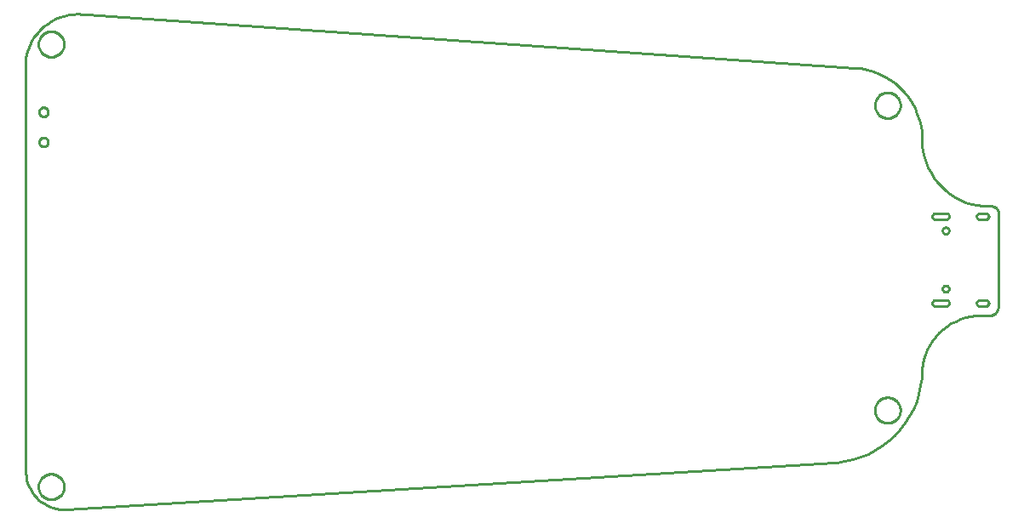
<source format=gbr>
G04 EAGLE Gerber RS-274X export*
G75*
%MOMM*%
%FSLAX34Y34*%
%LPD*%
%IN*%
%IPPOS*%
%AMOC8*
5,1,8,0,0,1.08239X$1,22.5*%
G01*
%ADD10C,0.254000*%


D10*
X38100Y-22337D02*
X38171Y-24660D01*
X38518Y-27978D01*
X39154Y-31254D01*
X40073Y-34461D01*
X41267Y-37576D01*
X42729Y-40576D01*
X44446Y-43436D01*
X46407Y-46136D01*
X48595Y-48655D01*
X50994Y-50973D01*
X53586Y-53074D01*
X56352Y-54940D01*
X59270Y-56559D01*
X62317Y-57917D01*
X65471Y-59004D01*
X68709Y-59812D01*
X72004Y-60335D01*
X75332Y-60569D01*
X78668Y-60512D01*
X842522Y-14032D01*
X844786Y-13862D01*
X852826Y-12803D01*
X860743Y-11048D01*
X868477Y-8610D01*
X875969Y-5506D01*
X883162Y-1762D01*
X890002Y2595D01*
X896435Y7532D01*
X902414Y13011D01*
X907893Y18989D01*
X912829Y25423D01*
X917186Y32262D01*
X920931Y39455D01*
X924034Y46947D01*
X926473Y54681D01*
X928228Y62598D01*
X929286Y70638D01*
X929640Y78740D01*
X930305Y83812D01*
X931410Y88807D01*
X932945Y93687D01*
X934901Y98414D01*
X937260Y102953D01*
X940007Y107269D01*
X943119Y111330D01*
X946573Y115103D01*
X950343Y118561D01*
X954400Y121678D01*
X958713Y124429D01*
X963249Y126793D01*
X967975Y128753D01*
X972853Y130294D01*
X977847Y131404D01*
X982918Y132075D01*
X988029Y132300D01*
X993140Y132080D01*
X995680Y132080D01*
X996566Y132119D01*
X997444Y132234D01*
X998310Y132426D01*
X999155Y132693D01*
X999974Y133032D01*
X1000760Y133441D01*
X1001508Y133917D01*
X1002211Y134457D01*
X1002864Y135056D01*
X1003463Y135709D01*
X1004003Y136412D01*
X1004479Y137160D01*
X1004888Y137946D01*
X1005227Y138765D01*
X1005494Y139610D01*
X1005686Y140476D01*
X1005801Y141355D01*
X1005840Y142240D01*
X1005840Y233680D01*
X1005811Y234344D01*
X1005724Y235003D01*
X1005580Y235652D01*
X1005380Y236286D01*
X1005126Y236900D01*
X1004819Y237490D01*
X1004462Y238051D01*
X1004057Y238578D01*
X1003608Y239068D01*
X1003118Y239517D01*
X1002591Y239922D01*
X1002030Y240279D01*
X1001440Y240586D01*
X1000826Y240840D01*
X1000192Y241040D01*
X999543Y241184D01*
X998884Y241271D01*
X998220Y241300D01*
X995680Y241300D01*
X989924Y241551D01*
X984212Y242303D01*
X978588Y243550D01*
X973093Y245283D01*
X967770Y247487D01*
X962660Y250148D01*
X957801Y253243D01*
X953230Y256750D01*
X948983Y260643D01*
X945090Y264890D01*
X941583Y269461D01*
X938488Y274320D01*
X935827Y279430D01*
X933623Y284753D01*
X931890Y290248D01*
X930643Y295872D01*
X929891Y301584D01*
X929640Y307340D01*
X929628Y308662D01*
X929239Y314928D01*
X928305Y321136D01*
X926834Y327239D01*
X924837Y333190D01*
X922328Y338945D01*
X919328Y344459D01*
X915858Y349691D01*
X911945Y354600D01*
X907620Y359150D01*
X902914Y363305D01*
X897865Y367034D01*
X892509Y370309D01*
X886888Y373105D01*
X881045Y375401D01*
X875024Y377178D01*
X868872Y378424D01*
X862634Y379129D01*
X99240Y431800D01*
X94652Y432376D01*
X90032Y432550D01*
X85414Y432321D01*
X80833Y431690D01*
X76325Y430662D01*
X71924Y429245D01*
X67663Y427450D01*
X63574Y425290D01*
X59690Y422783D01*
X56039Y419946D01*
X52648Y416802D01*
X49545Y413374D01*
X46753Y409689D01*
X44292Y405774D01*
X42181Y401660D01*
X40438Y397378D01*
X39074Y392960D01*
X38100Y388440D01*
X38100Y-22337D01*
X939700Y231160D02*
X939711Y230899D01*
X939746Y230639D01*
X939802Y230384D01*
X939881Y230134D01*
X939981Y229892D01*
X940102Y229660D01*
X940243Y229439D01*
X940402Y229232D01*
X940579Y229039D01*
X940772Y228862D01*
X940979Y228703D01*
X941200Y228562D01*
X941432Y228441D01*
X941674Y228341D01*
X941924Y228262D01*
X942179Y228206D01*
X942439Y228171D01*
X942700Y228160D01*
X953700Y228160D01*
X953961Y228171D01*
X954221Y228206D01*
X954476Y228262D01*
X954726Y228341D01*
X954968Y228441D01*
X955200Y228562D01*
X955421Y228703D01*
X955628Y228862D01*
X955821Y229039D01*
X955998Y229232D01*
X956157Y229439D01*
X956298Y229660D01*
X956419Y229892D01*
X956519Y230134D01*
X956598Y230384D01*
X956654Y230639D01*
X956689Y230899D01*
X956700Y231160D01*
X956689Y231421D01*
X956654Y231681D01*
X956598Y231936D01*
X956519Y232186D01*
X956419Y232428D01*
X956298Y232660D01*
X956157Y232881D01*
X955998Y233088D01*
X955821Y233281D01*
X955628Y233458D01*
X955421Y233617D01*
X955200Y233758D01*
X954968Y233879D01*
X954726Y233979D01*
X954476Y234058D01*
X954221Y234114D01*
X953961Y234149D01*
X953700Y234160D01*
X942700Y234160D01*
X942439Y234149D01*
X942179Y234114D01*
X941924Y234058D01*
X941674Y233979D01*
X941432Y233879D01*
X941200Y233758D01*
X940979Y233617D01*
X940772Y233458D01*
X940579Y233281D01*
X940402Y233088D01*
X940243Y232881D01*
X940102Y232660D01*
X939981Y232428D01*
X939881Y232186D01*
X939802Y231936D01*
X939746Y231681D01*
X939711Y231421D01*
X939700Y231160D01*
X939700Y144760D02*
X939711Y144499D01*
X939746Y144239D01*
X939802Y143984D01*
X939881Y143734D01*
X939981Y143492D01*
X940102Y143260D01*
X940243Y143039D01*
X940402Y142832D01*
X940579Y142639D01*
X940772Y142462D01*
X940979Y142303D01*
X941200Y142162D01*
X941432Y142041D01*
X941674Y141941D01*
X941924Y141862D01*
X942179Y141806D01*
X942439Y141771D01*
X942700Y141760D01*
X953700Y141760D01*
X953961Y141771D01*
X954221Y141806D01*
X954476Y141862D01*
X954726Y141941D01*
X954968Y142041D01*
X955200Y142162D01*
X955421Y142303D01*
X955628Y142462D01*
X955821Y142639D01*
X955998Y142832D01*
X956157Y143039D01*
X956298Y143260D01*
X956419Y143492D01*
X956519Y143734D01*
X956598Y143984D01*
X956654Y144239D01*
X956689Y144499D01*
X956700Y144760D01*
X956689Y145021D01*
X956654Y145281D01*
X956598Y145536D01*
X956519Y145786D01*
X956419Y146028D01*
X956298Y146260D01*
X956157Y146481D01*
X955998Y146688D01*
X955821Y146881D01*
X955628Y147058D01*
X955421Y147217D01*
X955200Y147358D01*
X954968Y147479D01*
X954726Y147579D01*
X954476Y147658D01*
X954221Y147714D01*
X953961Y147749D01*
X953700Y147760D01*
X942700Y147760D01*
X942439Y147749D01*
X942179Y147714D01*
X941924Y147658D01*
X941674Y147579D01*
X941432Y147479D01*
X941200Y147358D01*
X940979Y147217D01*
X940772Y147058D01*
X940579Y146881D01*
X940402Y146688D01*
X940243Y146481D01*
X940102Y146260D01*
X939981Y146028D01*
X939881Y145786D01*
X939802Y145536D01*
X939746Y145281D01*
X939711Y145021D01*
X939700Y144760D01*
X984000Y144760D02*
X984011Y144499D01*
X984046Y144239D01*
X984102Y143984D01*
X984181Y143734D01*
X984281Y143492D01*
X984402Y143260D01*
X984543Y143039D01*
X984702Y142832D01*
X984879Y142639D01*
X985072Y142462D01*
X985279Y142303D01*
X985500Y142162D01*
X985732Y142041D01*
X985974Y141941D01*
X986224Y141862D01*
X986479Y141806D01*
X986739Y141771D01*
X987000Y141760D01*
X993000Y141760D01*
X993261Y141771D01*
X993521Y141806D01*
X993776Y141862D01*
X994026Y141941D01*
X994268Y142041D01*
X994500Y142162D01*
X994721Y142303D01*
X994928Y142462D01*
X995121Y142639D01*
X995298Y142832D01*
X995457Y143039D01*
X995598Y143260D01*
X995719Y143492D01*
X995819Y143734D01*
X995898Y143984D01*
X995954Y144239D01*
X995989Y144499D01*
X996000Y144760D01*
X995989Y145021D01*
X995954Y145281D01*
X995898Y145536D01*
X995819Y145786D01*
X995719Y146028D01*
X995598Y146260D01*
X995457Y146481D01*
X995298Y146688D01*
X995121Y146881D01*
X994928Y147058D01*
X994721Y147217D01*
X994500Y147358D01*
X994268Y147479D01*
X994026Y147579D01*
X993776Y147658D01*
X993521Y147714D01*
X993261Y147749D01*
X993000Y147760D01*
X987000Y147760D01*
X986739Y147749D01*
X986479Y147714D01*
X986224Y147658D01*
X985974Y147579D01*
X985732Y147479D01*
X985500Y147358D01*
X985279Y147217D01*
X985072Y147058D01*
X984879Y146881D01*
X984702Y146688D01*
X984543Y146481D01*
X984402Y146260D01*
X984281Y146028D01*
X984181Y145786D01*
X984102Y145536D01*
X984046Y145281D01*
X984011Y145021D01*
X984000Y144760D01*
X984000Y231160D02*
X984011Y230899D01*
X984046Y230639D01*
X984102Y230384D01*
X984181Y230134D01*
X984281Y229892D01*
X984402Y229660D01*
X984543Y229439D01*
X984702Y229232D01*
X984879Y229039D01*
X985072Y228862D01*
X985279Y228703D01*
X985500Y228562D01*
X985732Y228441D01*
X985974Y228341D01*
X986224Y228262D01*
X986479Y228206D01*
X986739Y228171D01*
X987000Y228160D01*
X993000Y228160D01*
X993261Y228171D01*
X993521Y228206D01*
X993776Y228262D01*
X994026Y228341D01*
X994268Y228441D01*
X994500Y228562D01*
X994721Y228703D01*
X994928Y228862D01*
X995121Y229039D01*
X995298Y229232D01*
X995457Y229439D01*
X995598Y229660D01*
X995719Y229892D01*
X995819Y230134D01*
X995898Y230384D01*
X995954Y230639D01*
X995989Y230899D01*
X996000Y231160D01*
X995989Y231421D01*
X995954Y231681D01*
X995898Y231936D01*
X995819Y232186D01*
X995719Y232428D01*
X995598Y232660D01*
X995457Y232881D01*
X995298Y233088D01*
X995121Y233281D01*
X994928Y233458D01*
X994721Y233617D01*
X994500Y233758D01*
X994268Y233879D01*
X994026Y233979D01*
X993776Y234058D01*
X993521Y234114D01*
X993261Y234149D01*
X993000Y234160D01*
X987000Y234160D01*
X986739Y234149D01*
X986479Y234114D01*
X986224Y234058D01*
X985974Y233979D01*
X985732Y233879D01*
X985500Y233758D01*
X985279Y233617D01*
X985072Y233458D01*
X984879Y233281D01*
X984702Y233088D01*
X984543Y232881D01*
X984402Y232660D01*
X984281Y232428D01*
X984181Y232186D01*
X984102Y231936D01*
X984046Y231681D01*
X984011Y231421D01*
X984000Y231160D01*
X76200Y402091D02*
X76122Y401096D01*
X75966Y400110D01*
X75733Y399140D01*
X75424Y398191D01*
X75042Y397269D01*
X74589Y396380D01*
X74068Y395529D01*
X73481Y394721D01*
X72833Y393963D01*
X72127Y393257D01*
X71369Y392609D01*
X70561Y392022D01*
X69710Y391501D01*
X68821Y391048D01*
X67899Y390666D01*
X66950Y390357D01*
X65980Y390124D01*
X64994Y389968D01*
X63999Y389890D01*
X63001Y389890D01*
X62006Y389968D01*
X61020Y390124D01*
X60050Y390357D01*
X59101Y390666D01*
X58179Y391048D01*
X57290Y391501D01*
X56439Y392022D01*
X55631Y392609D01*
X54873Y393257D01*
X54167Y393963D01*
X53519Y394721D01*
X52932Y395529D01*
X52411Y396380D01*
X51958Y397269D01*
X51576Y398191D01*
X51267Y399140D01*
X51034Y400110D01*
X50878Y401096D01*
X50800Y402091D01*
X50800Y403089D01*
X50878Y404084D01*
X51034Y405070D01*
X51267Y406040D01*
X51576Y406989D01*
X51958Y407911D01*
X52411Y408800D01*
X52932Y409651D01*
X53519Y410459D01*
X54167Y411217D01*
X54873Y411923D01*
X55631Y412571D01*
X56439Y413158D01*
X57290Y413679D01*
X58179Y414132D01*
X59101Y414514D01*
X60050Y414823D01*
X61020Y415056D01*
X62006Y415212D01*
X63001Y415290D01*
X63999Y415290D01*
X64994Y415212D01*
X65980Y415056D01*
X66950Y414823D01*
X67899Y414514D01*
X68821Y414132D01*
X69710Y413679D01*
X70561Y413158D01*
X71369Y412571D01*
X72127Y411923D01*
X72833Y411217D01*
X73481Y410459D01*
X74068Y409651D01*
X74589Y408800D01*
X75042Y407911D01*
X75424Y406989D01*
X75733Y406040D01*
X75966Y405070D01*
X76122Y404084D01*
X76200Y403089D01*
X76200Y402091D01*
X76200Y-38599D02*
X76122Y-39594D01*
X75966Y-40580D01*
X75733Y-41550D01*
X75424Y-42499D01*
X75042Y-43421D01*
X74589Y-44310D01*
X74068Y-45161D01*
X73481Y-45969D01*
X72833Y-46727D01*
X72127Y-47433D01*
X71369Y-48081D01*
X70561Y-48668D01*
X69710Y-49189D01*
X68821Y-49642D01*
X67899Y-50024D01*
X66950Y-50333D01*
X65980Y-50566D01*
X64994Y-50722D01*
X63999Y-50800D01*
X63001Y-50800D01*
X62006Y-50722D01*
X61020Y-50566D01*
X60050Y-50333D01*
X59101Y-50024D01*
X58179Y-49642D01*
X57290Y-49189D01*
X56439Y-48668D01*
X55631Y-48081D01*
X54873Y-47433D01*
X54167Y-46727D01*
X53519Y-45969D01*
X52932Y-45161D01*
X52411Y-44310D01*
X51958Y-43421D01*
X51576Y-42499D01*
X51267Y-41550D01*
X51034Y-40580D01*
X50878Y-39594D01*
X50800Y-38599D01*
X50800Y-37601D01*
X50878Y-36606D01*
X51034Y-35620D01*
X51267Y-34650D01*
X51576Y-33701D01*
X51958Y-32779D01*
X52411Y-31890D01*
X52932Y-31039D01*
X53519Y-30231D01*
X54167Y-29473D01*
X54873Y-28767D01*
X55631Y-28119D01*
X56439Y-27532D01*
X57290Y-27011D01*
X58179Y-26558D01*
X59101Y-26176D01*
X60050Y-25867D01*
X61020Y-25634D01*
X62006Y-25478D01*
X63001Y-25400D01*
X63999Y-25400D01*
X64994Y-25478D01*
X65980Y-25634D01*
X66950Y-25867D01*
X67899Y-26176D01*
X68821Y-26558D01*
X69710Y-27011D01*
X70561Y-27532D01*
X71369Y-28119D01*
X72127Y-28767D01*
X72833Y-29473D01*
X73481Y-30231D01*
X74068Y-31039D01*
X74589Y-31890D01*
X75042Y-32779D01*
X75424Y-33701D01*
X75733Y-34650D01*
X75966Y-35620D01*
X76122Y-36606D01*
X76200Y-37601D01*
X76200Y-38599D01*
X908050Y37601D02*
X907972Y36606D01*
X907816Y35620D01*
X907583Y34650D01*
X907274Y33701D01*
X906892Y32779D01*
X906439Y31890D01*
X905918Y31039D01*
X905331Y30231D01*
X904683Y29473D01*
X903977Y28767D01*
X903219Y28119D01*
X902411Y27532D01*
X901560Y27011D01*
X900671Y26558D01*
X899749Y26176D01*
X898800Y25867D01*
X897830Y25634D01*
X896844Y25478D01*
X895849Y25400D01*
X894851Y25400D01*
X893856Y25478D01*
X892870Y25634D01*
X891900Y25867D01*
X890951Y26176D01*
X890029Y26558D01*
X889140Y27011D01*
X888289Y27532D01*
X887481Y28119D01*
X886723Y28767D01*
X886017Y29473D01*
X885369Y30231D01*
X884782Y31039D01*
X884261Y31890D01*
X883808Y32779D01*
X883426Y33701D01*
X883117Y34650D01*
X882884Y35620D01*
X882728Y36606D01*
X882650Y37601D01*
X882650Y38599D01*
X882728Y39594D01*
X882884Y40580D01*
X883117Y41550D01*
X883426Y42499D01*
X883808Y43421D01*
X884261Y44310D01*
X884782Y45161D01*
X885369Y45969D01*
X886017Y46727D01*
X886723Y47433D01*
X887481Y48081D01*
X888289Y48668D01*
X889140Y49189D01*
X890029Y49642D01*
X890951Y50024D01*
X891900Y50333D01*
X892870Y50566D01*
X893856Y50722D01*
X894851Y50800D01*
X895849Y50800D01*
X896844Y50722D01*
X897830Y50566D01*
X898800Y50333D01*
X899749Y50024D01*
X900671Y49642D01*
X901560Y49189D01*
X902411Y48668D01*
X903219Y48081D01*
X903977Y47433D01*
X904683Y46727D01*
X905331Y45969D01*
X905918Y45161D01*
X906439Y44310D01*
X906892Y43421D01*
X907274Y42499D01*
X907583Y41550D01*
X907816Y40580D01*
X907972Y39594D01*
X908050Y38599D01*
X908050Y37601D01*
X908050Y341131D02*
X907972Y340136D01*
X907816Y339150D01*
X907583Y338180D01*
X907274Y337231D01*
X906892Y336309D01*
X906439Y335420D01*
X905918Y334569D01*
X905331Y333761D01*
X904683Y333003D01*
X903977Y332297D01*
X903219Y331649D01*
X902411Y331062D01*
X901560Y330541D01*
X900671Y330088D01*
X899749Y329706D01*
X898800Y329397D01*
X897830Y329164D01*
X896844Y329008D01*
X895849Y328930D01*
X894851Y328930D01*
X893856Y329008D01*
X892870Y329164D01*
X891900Y329397D01*
X890951Y329706D01*
X890029Y330088D01*
X889140Y330541D01*
X888289Y331062D01*
X887481Y331649D01*
X886723Y332297D01*
X886017Y333003D01*
X885369Y333761D01*
X884782Y334569D01*
X884261Y335420D01*
X883808Y336309D01*
X883426Y337231D01*
X883117Y338180D01*
X882884Y339150D01*
X882728Y340136D01*
X882650Y341131D01*
X882650Y342129D01*
X882728Y343124D01*
X882884Y344110D01*
X883117Y345080D01*
X883426Y346029D01*
X883808Y346951D01*
X884261Y347840D01*
X884782Y348691D01*
X885369Y349499D01*
X886017Y350257D01*
X886723Y350963D01*
X887481Y351611D01*
X888289Y352198D01*
X889140Y352719D01*
X890029Y353172D01*
X890951Y353554D01*
X891900Y353863D01*
X892870Y354096D01*
X893856Y354252D01*
X894851Y354330D01*
X895849Y354330D01*
X896844Y354252D01*
X897830Y354096D01*
X898800Y353863D01*
X899749Y353554D01*
X900671Y353172D01*
X901560Y352719D01*
X902411Y352198D01*
X903219Y351611D01*
X903977Y350963D01*
X904683Y350257D01*
X905331Y349499D01*
X905918Y348691D01*
X906439Y347840D01*
X906892Y346951D01*
X907274Y346029D01*
X907583Y345080D01*
X907816Y344110D01*
X907972Y343124D01*
X908050Y342129D01*
X908050Y341131D01*
X56175Y309540D02*
X56760Y309463D01*
X57330Y309310D01*
X57875Y309085D01*
X58385Y308790D01*
X58853Y308431D01*
X59271Y308013D01*
X59630Y307545D01*
X59925Y307035D01*
X60150Y306490D01*
X60303Y305920D01*
X60380Y305335D01*
X60380Y304745D01*
X60303Y304160D01*
X60150Y303590D01*
X59925Y303045D01*
X59630Y302535D01*
X59271Y302067D01*
X58853Y301649D01*
X58385Y301290D01*
X57875Y300995D01*
X57330Y300770D01*
X56760Y300617D01*
X56175Y300540D01*
X55585Y300540D01*
X55000Y300617D01*
X54430Y300770D01*
X53885Y300995D01*
X53375Y301290D01*
X52907Y301649D01*
X52489Y302067D01*
X52130Y302535D01*
X51835Y303045D01*
X51610Y303590D01*
X51457Y304160D01*
X51380Y304745D01*
X51380Y305335D01*
X51457Y305920D01*
X51610Y306490D01*
X51835Y307035D01*
X52130Y307545D01*
X52489Y308013D01*
X52907Y308431D01*
X53375Y308790D01*
X53885Y309085D01*
X54430Y309310D01*
X55000Y309463D01*
X55585Y309540D01*
X56175Y309540D01*
X56175Y339540D02*
X56760Y339463D01*
X57330Y339310D01*
X57875Y339085D01*
X58385Y338790D01*
X58853Y338431D01*
X59271Y338013D01*
X59630Y337545D01*
X59925Y337035D01*
X60150Y336490D01*
X60303Y335920D01*
X60380Y335335D01*
X60380Y334745D01*
X60303Y334160D01*
X60150Y333590D01*
X59925Y333045D01*
X59630Y332535D01*
X59271Y332067D01*
X58853Y331649D01*
X58385Y331290D01*
X57875Y330995D01*
X57330Y330770D01*
X56760Y330617D01*
X56175Y330540D01*
X55585Y330540D01*
X55000Y330617D01*
X54430Y330770D01*
X53885Y330995D01*
X53375Y331290D01*
X52907Y331649D01*
X52489Y332067D01*
X52130Y332535D01*
X51835Y333045D01*
X51610Y333590D01*
X51457Y334160D01*
X51380Y334745D01*
X51380Y335335D01*
X51457Y335920D01*
X51610Y336490D01*
X51835Y337035D01*
X52130Y337545D01*
X52489Y338013D01*
X52907Y338431D01*
X53375Y338790D01*
X53885Y339085D01*
X54430Y339310D01*
X55000Y339463D01*
X55585Y339540D01*
X56175Y339540D01*
X953413Y220110D02*
X953835Y220054D01*
X954247Y219944D01*
X954641Y219781D01*
X955009Y219568D01*
X955347Y219309D01*
X955649Y219007D01*
X955908Y218669D01*
X956121Y218301D01*
X956284Y217907D01*
X956394Y217495D01*
X956450Y217073D01*
X956450Y216647D01*
X956394Y216225D01*
X956284Y215813D01*
X956121Y215419D01*
X955908Y215051D01*
X955649Y214713D01*
X955347Y214411D01*
X955009Y214152D01*
X954641Y213939D01*
X954247Y213776D01*
X953835Y213666D01*
X953413Y213610D01*
X952987Y213610D01*
X952565Y213666D01*
X952153Y213776D01*
X951759Y213939D01*
X951391Y214152D01*
X951053Y214411D01*
X950751Y214713D01*
X950492Y215051D01*
X950279Y215419D01*
X950116Y215813D01*
X950006Y216225D01*
X949950Y216647D01*
X949950Y217073D01*
X950006Y217495D01*
X950116Y217907D01*
X950279Y218301D01*
X950492Y218669D01*
X950751Y219007D01*
X951053Y219309D01*
X951391Y219568D01*
X951759Y219781D01*
X952153Y219944D01*
X952565Y220054D01*
X952987Y220110D01*
X953413Y220110D01*
X953413Y162310D02*
X953835Y162254D01*
X954247Y162144D01*
X954641Y161981D01*
X955009Y161768D01*
X955347Y161509D01*
X955649Y161207D01*
X955908Y160869D01*
X956121Y160501D01*
X956284Y160107D01*
X956394Y159695D01*
X956450Y159273D01*
X956450Y158847D01*
X956394Y158425D01*
X956284Y158013D01*
X956121Y157619D01*
X955908Y157251D01*
X955649Y156913D01*
X955347Y156611D01*
X955009Y156352D01*
X954641Y156139D01*
X954247Y155976D01*
X953835Y155866D01*
X953413Y155810D01*
X952987Y155810D01*
X952565Y155866D01*
X952153Y155976D01*
X951759Y156139D01*
X951391Y156352D01*
X951053Y156611D01*
X950751Y156913D01*
X950492Y157251D01*
X950279Y157619D01*
X950116Y158013D01*
X950006Y158425D01*
X949950Y158847D01*
X949950Y159273D01*
X950006Y159695D01*
X950116Y160107D01*
X950279Y160501D01*
X950492Y160869D01*
X950751Y161207D01*
X951053Y161509D01*
X951391Y161768D01*
X951759Y161981D01*
X952153Y162144D01*
X952565Y162254D01*
X952987Y162310D01*
X953413Y162310D01*
M02*

</source>
